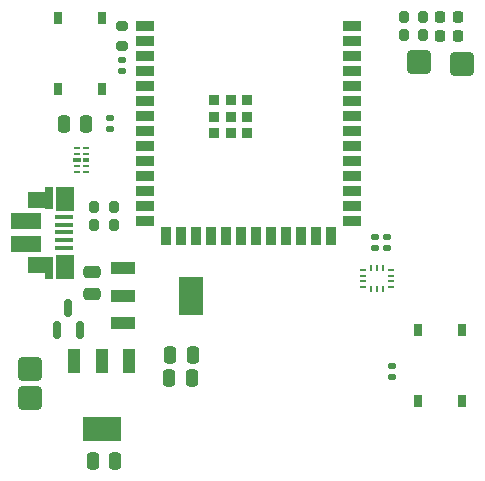
<source format=gbr>
%TF.GenerationSoftware,KiCad,Pcbnew,9.0.3*%
%TF.CreationDate,2025-08-28T21:38:12+08:00*%
%TF.ProjectId,ESP32_Board,45535033-325f-4426-9f61-72642e6b6963,rev?*%
%TF.SameCoordinates,Original*%
%TF.FileFunction,Paste,Top*%
%TF.FilePolarity,Positive*%
%FSLAX46Y46*%
G04 Gerber Fmt 4.6, Leading zero omitted, Abs format (unit mm)*
G04 Created by KiCad (PCBNEW 9.0.3) date 2025-08-28 21:38:12*
%MOMM*%
%LPD*%
G01*
G04 APERTURE LIST*
G04 Aperture macros list*
%AMRoundRect*
0 Rectangle with rounded corners*
0 $1 Rounding radius*
0 $2 $3 $4 $5 $6 $7 $8 $9 X,Y pos of 4 corners*
0 Add a 4 corners polygon primitive as box body*
4,1,4,$2,$3,$4,$5,$6,$7,$8,$9,$2,$3,0*
0 Add four circle primitives for the rounded corners*
1,1,$1+$1,$2,$3*
1,1,$1+$1,$4,$5*
1,1,$1+$1,$6,$7*
1,1,$1+$1,$8,$9*
0 Add four rect primitives between the rounded corners*
20,1,$1+$1,$2,$3,$4,$5,0*
20,1,$1+$1,$4,$5,$6,$7,0*
20,1,$1+$1,$6,$7,$8,$9,0*
20,1,$1+$1,$8,$9,$2,$3,0*%
G04 Aperture macros list end*
%ADD10R,0.750000X1.000000*%
%ADD11RoundRect,0.140000X-0.170000X0.140000X-0.170000X-0.140000X0.170000X-0.140000X0.170000X0.140000X0*%
%ADD12RoundRect,0.140000X0.170000X-0.140000X0.170000X0.140000X-0.170000X0.140000X-0.170000X-0.140000X0*%
%ADD13RoundRect,0.250000X-0.250000X-0.475000X0.250000X-0.475000X0.250000X0.475000X-0.250000X0.475000X0*%
%ADD14RoundRect,0.250000X0.475000X-0.250000X0.475000X0.250000X-0.475000X0.250000X-0.475000X-0.250000X0*%
%ADD15RoundRect,0.200000X0.200000X0.275000X-0.200000X0.275000X-0.200000X-0.275000X0.200000X-0.275000X0*%
%ADD16R,0.900000X0.900000*%
%ADD17R,1.500000X0.900000*%
%ADD18R,0.900000X1.500000*%
%ADD19RoundRect,0.300000X-0.700000X-0.700000X0.700000X-0.700000X0.700000X0.700000X-0.700000X0.700000X0*%
%ADD20R,0.625000X0.250000*%
%ADD21R,0.700000X0.450000*%
%ADD22R,0.575000X0.450000*%
%ADD23R,1.650000X0.400000*%
%ADD24R,0.700000X1.825000*%
%ADD25R,1.500000X2.000000*%
%ADD26R,2.000000X1.350000*%
%ADD27R,2.500000X1.430000*%
%ADD28RoundRect,0.250000X0.250000X0.475000X-0.250000X0.475000X-0.250000X-0.475000X0.250000X-0.475000X0*%
%ADD29RoundRect,0.300000X0.700000X0.700000X-0.700000X0.700000X-0.700000X-0.700000X0.700000X-0.700000X0*%
%ADD30R,2.150000X1.000000*%
%ADD31R,2.150000X3.250000*%
%ADD32R,0.475000X0.250000*%
%ADD33R,0.250000X0.475000*%
%ADD34RoundRect,0.218750X0.218750X0.256250X-0.218750X0.256250X-0.218750X-0.256250X0.218750X-0.256250X0*%
%ADD35RoundRect,0.200000X-0.275000X0.200000X-0.275000X-0.200000X0.275000X-0.200000X0.275000X0.200000X0*%
%ADD36RoundRect,0.150000X0.150000X-0.587500X0.150000X0.587500X-0.150000X0.587500X-0.150000X-0.587500X0*%
%ADD37R,1.000000X2.150000*%
%ADD38R,3.250000X2.150000*%
G04 APERTURE END LIST*
D10*
%TO.C,S2*%
X134325000Y-75900000D03*
X134325000Y-81900000D03*
X130575000Y-75900000D03*
X130575000Y-81900000D03*
%TD*%
%TO.C,S1*%
X100075000Y-55512500D03*
X100075000Y-49512500D03*
X103825000Y-55512500D03*
X103825000Y-49512500D03*
%TD*%
D11*
%TO.C,C23*%
X128000000Y-68040000D03*
X128000000Y-69000000D03*
%TD*%
D12*
%TO.C,C14*%
X104500000Y-58930000D03*
X104500000Y-57970000D03*
%TD*%
D11*
%TO.C,C13*%
X128350000Y-78920000D03*
X128350000Y-79880000D03*
%TD*%
%TO.C,C12*%
X105500000Y-53020000D03*
X105500000Y-53980000D03*
%TD*%
%TO.C,C9*%
X126975000Y-68040000D03*
X126975000Y-69000000D03*
%TD*%
D13*
%TO.C,C11*%
X103050000Y-87000000D03*
X104950000Y-87000000D03*
%TD*%
D14*
%TO.C,C19*%
X103000000Y-72900000D03*
X103000000Y-71000000D03*
%TD*%
D15*
%TO.C,R8*%
X131025000Y-50900000D03*
X129375000Y-50900000D03*
%TD*%
%TO.C,R11*%
X104825000Y-67000000D03*
X103175000Y-67000000D03*
%TD*%
D16*
%TO.C,U1*%
X113345606Y-59270000D03*
X113350000Y-56470000D03*
X113350000Y-57870000D03*
X114745606Y-59270000D03*
X114750000Y-56470000D03*
X114750000Y-57870000D03*
X116145606Y-59270000D03*
X116150000Y-56470000D03*
X116150000Y-57870000D03*
D17*
X107500000Y-50150000D03*
X107500000Y-51420000D03*
X107500000Y-52690000D03*
X107500000Y-53960000D03*
X107500000Y-55230000D03*
X107500000Y-56500000D03*
X107500000Y-57770000D03*
X107500000Y-59040000D03*
X107500000Y-60310000D03*
X107500000Y-61580000D03*
X107500000Y-62850000D03*
X107500000Y-64120000D03*
X107500000Y-65390000D03*
X107500000Y-66660000D03*
D18*
X109265000Y-67910000D03*
X110535000Y-67910000D03*
X111805000Y-67910000D03*
X113075000Y-67910000D03*
X114345000Y-67910000D03*
X115615000Y-67910000D03*
X116885000Y-67910000D03*
X118155000Y-67910000D03*
X119425000Y-67910000D03*
X120695000Y-67910000D03*
X121965000Y-67910000D03*
X123235000Y-67910000D03*
D17*
X125000000Y-66660000D03*
X125000000Y-65390000D03*
X125000000Y-64120000D03*
X125000000Y-62850000D03*
X125000000Y-61580000D03*
X125000000Y-60310000D03*
X125000000Y-59040000D03*
X125000000Y-57770000D03*
X125000000Y-56500000D03*
X125000000Y-55230000D03*
X125000000Y-53960000D03*
X125000000Y-52690000D03*
X125000000Y-51420000D03*
X125000000Y-50150000D03*
%TD*%
D15*
%TO.C,R10*%
X104825000Y-65500000D03*
X103175000Y-65500000D03*
%TD*%
D19*
%TO.C,GND1*%
X134300000Y-53400000D03*
%TD*%
D20*
%TO.C,U5*%
X101700000Y-60500000D03*
X101700000Y-61000000D03*
D21*
X101737500Y-61500000D03*
D20*
X101700000Y-62000000D03*
X101700000Y-62500000D03*
X102475000Y-62500000D03*
X102475000Y-62000000D03*
D22*
X102500000Y-61500000D03*
D20*
X102475000Y-61000000D03*
X102475000Y-60500000D03*
%TD*%
D23*
%TO.C,J6*%
X100580000Y-66350000D03*
X100580000Y-67000000D03*
X100580000Y-67650000D03*
X100580000Y-68300000D03*
X100580000Y-68950000D03*
D24*
X99380000Y-64700000D03*
D25*
X100680000Y-64800000D03*
D26*
X98630000Y-64920000D03*
D27*
X97430000Y-66690000D03*
X97430000Y-68610000D03*
D26*
X98630000Y-70400000D03*
D25*
X100700000Y-70550000D03*
D24*
X99380000Y-70650000D03*
%TD*%
D28*
%TO.C,C17*%
X111500000Y-78000000D03*
X109600000Y-78000000D03*
%TD*%
D29*
%TO.C,J20*%
X97700000Y-79200000D03*
X97700000Y-81700000D03*
%TD*%
D30*
%TO.C,ESP3V3*%
X105600000Y-70700000D03*
X105600000Y-73000000D03*
X105600000Y-75300000D03*
D31*
X111400000Y-73000000D03*
%TD*%
D32*
%TO.C,U7*%
X128300000Y-72300000D03*
X128300000Y-71800000D03*
X128300000Y-71300000D03*
X128300000Y-70800000D03*
D33*
X127637500Y-70637500D03*
X127137500Y-70637500D03*
X126637500Y-70637500D03*
D32*
X125975000Y-70800000D03*
X125975000Y-71300000D03*
X125975000Y-71800000D03*
X125975000Y-72300000D03*
D33*
X126637500Y-72462500D03*
X127137500Y-72462500D03*
X127637500Y-72462500D03*
%TD*%
D13*
%TO.C,C15*%
X100600000Y-58450000D03*
X102500000Y-58450000D03*
%TD*%
D34*
%TO.C,D4*%
X133987500Y-51000000D03*
X132412500Y-51000000D03*
%TD*%
D35*
%TO.C,R12*%
X105500000Y-50175000D03*
X105500000Y-51825000D03*
%TD*%
D36*
%TO.C,D6*%
X100050000Y-75937500D03*
X101950000Y-75937500D03*
X101000000Y-74062500D03*
%TD*%
D15*
%TO.C,R9*%
X131025000Y-49400000D03*
X129375000Y-49400000D03*
%TD*%
D37*
%TO.C,U3*%
X106100000Y-78500000D03*
X103800000Y-78500000D03*
X101500000Y-78500000D03*
D38*
X103800000Y-84300000D03*
%TD*%
D13*
%TO.C,C20*%
X109550000Y-80000000D03*
X111450000Y-80000000D03*
%TD*%
D34*
%TO.C,D5*%
X133987500Y-49400000D03*
X132412500Y-49400000D03*
%TD*%
D19*
%TO.C,TX_SBUS1*%
X130700000Y-53200000D03*
%TD*%
M02*

</source>
